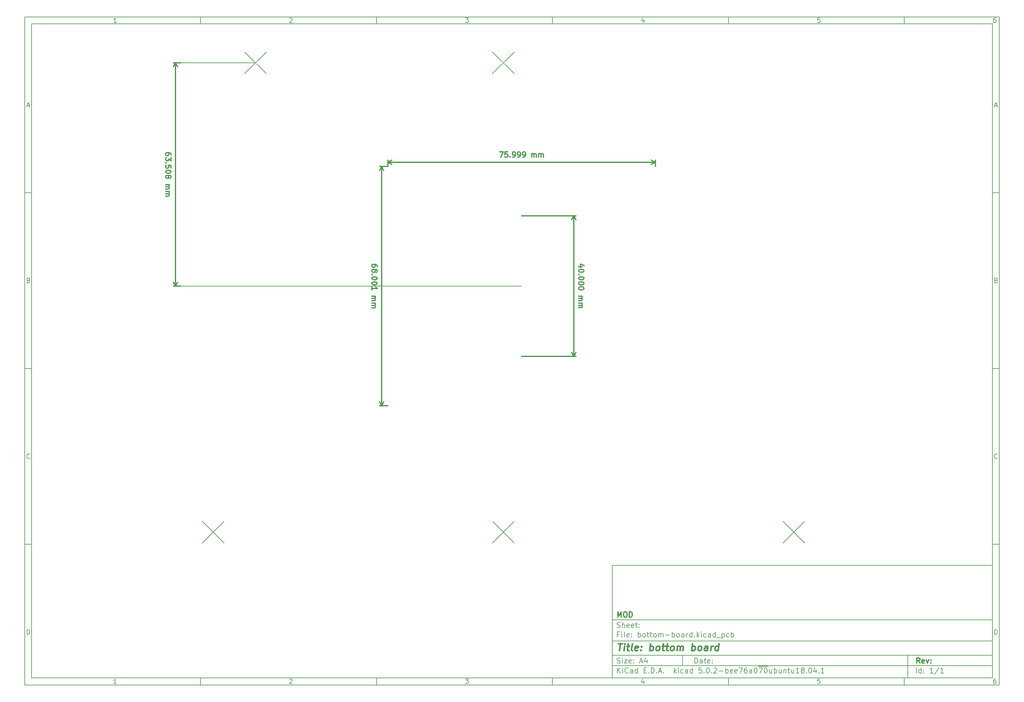
<source format=gbr>
G04 #@! TF.GenerationSoftware,KiCad,Pcbnew,5.0.2-bee76a0~70~ubuntu18.04.1*
G04 #@! TF.CreationDate,2019-04-12T15:51:36+02:00*
G04 #@! TF.ProjectId,bottom-board,626f7474-6f6d-42d6-926f-6172642e6b69,rev?*
G04 #@! TF.SameCoordinates,PX48111b4PY15fd6c8*
G04 #@! TF.FileFunction,Drawing*
%FSLAX46Y46*%
G04 Gerber Fmt 4.6, Leading zero omitted, Abs format (unit mm)*
G04 Created by KiCad (PCBNEW 5.0.2-bee76a0~70~ubuntu18.04.1) date Fri 12 Apr 2019 03:51:36 PM CEST*
%MOMM*%
%LPD*%
G01*
G04 APERTURE LIST*
%ADD10C,0.100000*%
%ADD11C,0.150000*%
%ADD12C,0.300000*%
%ADD13C,0.400000*%
G04 APERTURE END LIST*
D10*
D11*
X101434660Y-142949080D02*
X101434660Y-174949080D01*
X209434660Y-174949080D01*
X209434660Y-142949080D01*
X101434660Y-142949080D01*
D10*
D11*
X-65567540Y13058120D02*
X-65567540Y-176949080D01*
X211434660Y-176949080D01*
X211434660Y13058120D01*
X-65567540Y13058120D01*
D10*
D11*
X-63567540Y11058120D02*
X-63567540Y-174949080D01*
X209434660Y-174949080D01*
X209434660Y11058120D01*
X-63567540Y11058120D01*
D10*
D11*
X-15567540Y11058120D02*
X-15567540Y13058120D01*
D10*
D11*
X34432460Y11058120D02*
X34432460Y13058120D01*
D10*
D11*
X84432460Y11058120D02*
X84432460Y13058120D01*
D10*
D11*
X134432460Y11058120D02*
X134432460Y13058120D01*
D10*
D11*
X184432460Y11058120D02*
X184432460Y13058120D01*
D10*
D11*
X-39502064Y11470025D02*
X-40244921Y11470025D01*
X-39873493Y11470025D02*
X-39873493Y12770025D01*
X-39997302Y12584311D01*
X-40121112Y12460501D01*
X-40244921Y12398597D01*
D10*
D11*
X9755079Y12646216D02*
X9816983Y12708120D01*
X9940793Y12770025D01*
X10250317Y12770025D01*
X10374126Y12708120D01*
X10436031Y12646216D01*
X10497936Y12522406D01*
X10497936Y12398597D01*
X10436031Y12212882D01*
X9693174Y11470025D01*
X10497936Y11470025D01*
D10*
D11*
X59693174Y12770025D02*
X60497936Y12770025D01*
X60064602Y12274787D01*
X60250317Y12274787D01*
X60374126Y12212882D01*
X60436031Y12150978D01*
X60497936Y12027168D01*
X60497936Y11717644D01*
X60436031Y11593835D01*
X60374126Y11531930D01*
X60250317Y11470025D01*
X59878888Y11470025D01*
X59755079Y11531930D01*
X59693174Y11593835D01*
D10*
D11*
X110374126Y12336692D02*
X110374126Y11470025D01*
X110064602Y12831930D02*
X109755079Y11903359D01*
X110559840Y11903359D01*
D10*
D11*
X160436031Y12770025D02*
X159816983Y12770025D01*
X159755079Y12150978D01*
X159816983Y12212882D01*
X159940793Y12274787D01*
X160250317Y12274787D01*
X160374126Y12212882D01*
X160436031Y12150978D01*
X160497936Y12027168D01*
X160497936Y11717644D01*
X160436031Y11593835D01*
X160374126Y11531930D01*
X160250317Y11470025D01*
X159940793Y11470025D01*
X159816983Y11531930D01*
X159755079Y11593835D01*
D10*
D11*
X210374126Y12770025D02*
X210126507Y12770025D01*
X210002698Y12708120D01*
X209940793Y12646216D01*
X209816983Y12460501D01*
X209755079Y12212882D01*
X209755079Y11717644D01*
X209816983Y11593835D01*
X209878888Y11531930D01*
X210002698Y11470025D01*
X210250317Y11470025D01*
X210374126Y11531930D01*
X210436031Y11593835D01*
X210497936Y11717644D01*
X210497936Y12027168D01*
X210436031Y12150978D01*
X210374126Y12212882D01*
X210250317Y12274787D01*
X210002698Y12274787D01*
X209878888Y12212882D01*
X209816983Y12150978D01*
X209755079Y12027168D01*
D10*
D11*
X-15567540Y-174949080D02*
X-15567540Y-176949080D01*
D10*
D11*
X34432460Y-174949080D02*
X34432460Y-176949080D01*
D10*
D11*
X84432460Y-174949080D02*
X84432460Y-176949080D01*
D10*
D11*
X134432460Y-174949080D02*
X134432460Y-176949080D01*
D10*
D11*
X184432460Y-174949080D02*
X184432460Y-176949080D01*
D10*
D11*
X-39502064Y-176537175D02*
X-40244921Y-176537175D01*
X-39873493Y-176537175D02*
X-39873493Y-175237175D01*
X-39997302Y-175422889D01*
X-40121112Y-175546699D01*
X-40244921Y-175608603D01*
D10*
D11*
X9755079Y-175360984D02*
X9816983Y-175299080D01*
X9940793Y-175237175D01*
X10250317Y-175237175D01*
X10374126Y-175299080D01*
X10436031Y-175360984D01*
X10497936Y-175484794D01*
X10497936Y-175608603D01*
X10436031Y-175794318D01*
X9693174Y-176537175D01*
X10497936Y-176537175D01*
D10*
D11*
X59693174Y-175237175D02*
X60497936Y-175237175D01*
X60064602Y-175732413D01*
X60250317Y-175732413D01*
X60374126Y-175794318D01*
X60436031Y-175856222D01*
X60497936Y-175980032D01*
X60497936Y-176289556D01*
X60436031Y-176413365D01*
X60374126Y-176475270D01*
X60250317Y-176537175D01*
X59878888Y-176537175D01*
X59755079Y-176475270D01*
X59693174Y-176413365D01*
D10*
D11*
X110374126Y-175670508D02*
X110374126Y-176537175D01*
X110064602Y-175175270D02*
X109755079Y-176103841D01*
X110559840Y-176103841D01*
D10*
D11*
X160436031Y-175237175D02*
X159816983Y-175237175D01*
X159755079Y-175856222D01*
X159816983Y-175794318D01*
X159940793Y-175732413D01*
X160250317Y-175732413D01*
X160374126Y-175794318D01*
X160436031Y-175856222D01*
X160497936Y-175980032D01*
X160497936Y-176289556D01*
X160436031Y-176413365D01*
X160374126Y-176475270D01*
X160250317Y-176537175D01*
X159940793Y-176537175D01*
X159816983Y-176475270D01*
X159755079Y-176413365D01*
D10*
D11*
X210374126Y-175237175D02*
X210126507Y-175237175D01*
X210002698Y-175299080D01*
X209940793Y-175360984D01*
X209816983Y-175546699D01*
X209755079Y-175794318D01*
X209755079Y-176289556D01*
X209816983Y-176413365D01*
X209878888Y-176475270D01*
X210002698Y-176537175D01*
X210250317Y-176537175D01*
X210374126Y-176475270D01*
X210436031Y-176413365D01*
X210497936Y-176289556D01*
X210497936Y-175980032D01*
X210436031Y-175856222D01*
X210374126Y-175794318D01*
X210250317Y-175732413D01*
X210002698Y-175732413D01*
X209878888Y-175794318D01*
X209816983Y-175856222D01*
X209755079Y-175980032D01*
D10*
D11*
X-65567540Y-36941880D02*
X-63567540Y-36941880D01*
D10*
D11*
X-65567540Y-86941880D02*
X-63567540Y-86941880D01*
D10*
D11*
X-65567540Y-136941880D02*
X-63567540Y-136941880D01*
D10*
D11*
X-64877064Y-12158546D02*
X-64258017Y-12158546D01*
X-65000874Y-12529975D02*
X-64567540Y-11229975D01*
X-64134207Y-12529975D01*
D10*
D11*
X-64474683Y-61849022D02*
X-64288969Y-61910927D01*
X-64227064Y-61972832D01*
X-64165160Y-62096641D01*
X-64165160Y-62282356D01*
X-64227064Y-62406165D01*
X-64288969Y-62468070D01*
X-64412779Y-62529975D01*
X-64908017Y-62529975D01*
X-64908017Y-61229975D01*
X-64474683Y-61229975D01*
X-64350874Y-61291880D01*
X-64288969Y-61353784D01*
X-64227064Y-61477594D01*
X-64227064Y-61601403D01*
X-64288969Y-61725213D01*
X-64350874Y-61787118D01*
X-64474683Y-61849022D01*
X-64908017Y-61849022D01*
D10*
D11*
X-64165160Y-112406165D02*
X-64227064Y-112468070D01*
X-64412779Y-112529975D01*
X-64536588Y-112529975D01*
X-64722302Y-112468070D01*
X-64846112Y-112344260D01*
X-64908017Y-112220451D01*
X-64969921Y-111972832D01*
X-64969921Y-111787118D01*
X-64908017Y-111539499D01*
X-64846112Y-111415689D01*
X-64722302Y-111291880D01*
X-64536588Y-111229975D01*
X-64412779Y-111229975D01*
X-64227064Y-111291880D01*
X-64165160Y-111353784D01*
D10*
D11*
X-64908017Y-162529975D02*
X-64908017Y-161229975D01*
X-64598493Y-161229975D01*
X-64412779Y-161291880D01*
X-64288969Y-161415689D01*
X-64227064Y-161539499D01*
X-64165160Y-161787118D01*
X-64165160Y-161972832D01*
X-64227064Y-162220451D01*
X-64288969Y-162344260D01*
X-64412779Y-162468070D01*
X-64598493Y-162529975D01*
X-64908017Y-162529975D01*
D10*
D11*
X211434660Y-36941880D02*
X209434660Y-36941880D01*
D10*
D11*
X211434660Y-86941880D02*
X209434660Y-86941880D01*
D10*
D11*
X211434660Y-136941880D02*
X209434660Y-136941880D01*
D10*
D11*
X210125136Y-12158546D02*
X210744183Y-12158546D01*
X210001326Y-12529975D02*
X210434660Y-11229975D01*
X210867993Y-12529975D01*
D10*
D11*
X210527517Y-61849022D02*
X210713231Y-61910927D01*
X210775136Y-61972832D01*
X210837040Y-62096641D01*
X210837040Y-62282356D01*
X210775136Y-62406165D01*
X210713231Y-62468070D01*
X210589421Y-62529975D01*
X210094183Y-62529975D01*
X210094183Y-61229975D01*
X210527517Y-61229975D01*
X210651326Y-61291880D01*
X210713231Y-61353784D01*
X210775136Y-61477594D01*
X210775136Y-61601403D01*
X210713231Y-61725213D01*
X210651326Y-61787118D01*
X210527517Y-61849022D01*
X210094183Y-61849022D01*
D10*
D11*
X210837040Y-112406165D02*
X210775136Y-112468070D01*
X210589421Y-112529975D01*
X210465612Y-112529975D01*
X210279898Y-112468070D01*
X210156088Y-112344260D01*
X210094183Y-112220451D01*
X210032279Y-111972832D01*
X210032279Y-111787118D01*
X210094183Y-111539499D01*
X210156088Y-111415689D01*
X210279898Y-111291880D01*
X210465612Y-111229975D01*
X210589421Y-111229975D01*
X210775136Y-111291880D01*
X210837040Y-111353784D01*
D10*
D11*
X210094183Y-162529975D02*
X210094183Y-161229975D01*
X210403707Y-161229975D01*
X210589421Y-161291880D01*
X210713231Y-161415689D01*
X210775136Y-161539499D01*
X210837040Y-161787118D01*
X210837040Y-161972832D01*
X210775136Y-162220451D01*
X210713231Y-162344260D01*
X210589421Y-162468070D01*
X210403707Y-162529975D01*
X210094183Y-162529975D01*
D10*
D11*
X124866802Y-170727651D02*
X124866802Y-169227651D01*
X125223945Y-169227651D01*
X125438231Y-169299080D01*
X125581088Y-169441937D01*
X125652517Y-169584794D01*
X125723945Y-169870508D01*
X125723945Y-170084794D01*
X125652517Y-170370508D01*
X125581088Y-170513365D01*
X125438231Y-170656222D01*
X125223945Y-170727651D01*
X124866802Y-170727651D01*
X127009660Y-170727651D02*
X127009660Y-169941937D01*
X126938231Y-169799080D01*
X126795374Y-169727651D01*
X126509660Y-169727651D01*
X126366802Y-169799080D01*
X127009660Y-170656222D02*
X126866802Y-170727651D01*
X126509660Y-170727651D01*
X126366802Y-170656222D01*
X126295374Y-170513365D01*
X126295374Y-170370508D01*
X126366802Y-170227651D01*
X126509660Y-170156222D01*
X126866802Y-170156222D01*
X127009660Y-170084794D01*
X127509660Y-169727651D02*
X128081088Y-169727651D01*
X127723945Y-169227651D02*
X127723945Y-170513365D01*
X127795374Y-170656222D01*
X127938231Y-170727651D01*
X128081088Y-170727651D01*
X129152517Y-170656222D02*
X129009660Y-170727651D01*
X128723945Y-170727651D01*
X128581088Y-170656222D01*
X128509660Y-170513365D01*
X128509660Y-169941937D01*
X128581088Y-169799080D01*
X128723945Y-169727651D01*
X129009660Y-169727651D01*
X129152517Y-169799080D01*
X129223945Y-169941937D01*
X129223945Y-170084794D01*
X128509660Y-170227651D01*
X129866802Y-170584794D02*
X129938231Y-170656222D01*
X129866802Y-170727651D01*
X129795374Y-170656222D01*
X129866802Y-170584794D01*
X129866802Y-170727651D01*
X129866802Y-169799080D02*
X129938231Y-169870508D01*
X129866802Y-169941937D01*
X129795374Y-169870508D01*
X129866802Y-169799080D01*
X129866802Y-169941937D01*
D10*
D11*
X101434660Y-171449080D02*
X209434660Y-171449080D01*
D10*
D11*
X102866802Y-173527651D02*
X102866802Y-172027651D01*
X103723945Y-173527651D02*
X103081088Y-172670508D01*
X103723945Y-172027651D02*
X102866802Y-172884794D01*
X104366802Y-173527651D02*
X104366802Y-172527651D01*
X104366802Y-172027651D02*
X104295374Y-172099080D01*
X104366802Y-172170508D01*
X104438231Y-172099080D01*
X104366802Y-172027651D01*
X104366802Y-172170508D01*
X105938231Y-173384794D02*
X105866802Y-173456222D01*
X105652517Y-173527651D01*
X105509660Y-173527651D01*
X105295374Y-173456222D01*
X105152517Y-173313365D01*
X105081088Y-173170508D01*
X105009660Y-172884794D01*
X105009660Y-172670508D01*
X105081088Y-172384794D01*
X105152517Y-172241937D01*
X105295374Y-172099080D01*
X105509660Y-172027651D01*
X105652517Y-172027651D01*
X105866802Y-172099080D01*
X105938231Y-172170508D01*
X107223945Y-173527651D02*
X107223945Y-172741937D01*
X107152517Y-172599080D01*
X107009660Y-172527651D01*
X106723945Y-172527651D01*
X106581088Y-172599080D01*
X107223945Y-173456222D02*
X107081088Y-173527651D01*
X106723945Y-173527651D01*
X106581088Y-173456222D01*
X106509660Y-173313365D01*
X106509660Y-173170508D01*
X106581088Y-173027651D01*
X106723945Y-172956222D01*
X107081088Y-172956222D01*
X107223945Y-172884794D01*
X108581088Y-173527651D02*
X108581088Y-172027651D01*
X108581088Y-173456222D02*
X108438231Y-173527651D01*
X108152517Y-173527651D01*
X108009660Y-173456222D01*
X107938231Y-173384794D01*
X107866802Y-173241937D01*
X107866802Y-172813365D01*
X107938231Y-172670508D01*
X108009660Y-172599080D01*
X108152517Y-172527651D01*
X108438231Y-172527651D01*
X108581088Y-172599080D01*
X110438231Y-172741937D02*
X110938231Y-172741937D01*
X111152517Y-173527651D02*
X110438231Y-173527651D01*
X110438231Y-172027651D01*
X111152517Y-172027651D01*
X111795374Y-173384794D02*
X111866802Y-173456222D01*
X111795374Y-173527651D01*
X111723945Y-173456222D01*
X111795374Y-173384794D01*
X111795374Y-173527651D01*
X112509660Y-173527651D02*
X112509660Y-172027651D01*
X112866802Y-172027651D01*
X113081088Y-172099080D01*
X113223945Y-172241937D01*
X113295374Y-172384794D01*
X113366802Y-172670508D01*
X113366802Y-172884794D01*
X113295374Y-173170508D01*
X113223945Y-173313365D01*
X113081088Y-173456222D01*
X112866802Y-173527651D01*
X112509660Y-173527651D01*
X114009660Y-173384794D02*
X114081088Y-173456222D01*
X114009660Y-173527651D01*
X113938231Y-173456222D01*
X114009660Y-173384794D01*
X114009660Y-173527651D01*
X114652517Y-173099080D02*
X115366802Y-173099080D01*
X114509660Y-173527651D02*
X115009660Y-172027651D01*
X115509660Y-173527651D01*
X116009660Y-173384794D02*
X116081088Y-173456222D01*
X116009660Y-173527651D01*
X115938231Y-173456222D01*
X116009660Y-173384794D01*
X116009660Y-173527651D01*
X119009660Y-173527651D02*
X119009660Y-172027651D01*
X119152517Y-172956222D02*
X119581088Y-173527651D01*
X119581088Y-172527651D02*
X119009660Y-173099080D01*
X120223945Y-173527651D02*
X120223945Y-172527651D01*
X120223945Y-172027651D02*
X120152517Y-172099080D01*
X120223945Y-172170508D01*
X120295374Y-172099080D01*
X120223945Y-172027651D01*
X120223945Y-172170508D01*
X121581088Y-173456222D02*
X121438231Y-173527651D01*
X121152517Y-173527651D01*
X121009660Y-173456222D01*
X120938231Y-173384794D01*
X120866802Y-173241937D01*
X120866802Y-172813365D01*
X120938231Y-172670508D01*
X121009660Y-172599080D01*
X121152517Y-172527651D01*
X121438231Y-172527651D01*
X121581088Y-172599080D01*
X122866802Y-173527651D02*
X122866802Y-172741937D01*
X122795374Y-172599080D01*
X122652517Y-172527651D01*
X122366802Y-172527651D01*
X122223945Y-172599080D01*
X122866802Y-173456222D02*
X122723945Y-173527651D01*
X122366802Y-173527651D01*
X122223945Y-173456222D01*
X122152517Y-173313365D01*
X122152517Y-173170508D01*
X122223945Y-173027651D01*
X122366802Y-172956222D01*
X122723945Y-172956222D01*
X122866802Y-172884794D01*
X124223945Y-173527651D02*
X124223945Y-172027651D01*
X124223945Y-173456222D02*
X124081088Y-173527651D01*
X123795374Y-173527651D01*
X123652517Y-173456222D01*
X123581088Y-173384794D01*
X123509660Y-173241937D01*
X123509660Y-172813365D01*
X123581088Y-172670508D01*
X123652517Y-172599080D01*
X123795374Y-172527651D01*
X124081088Y-172527651D01*
X124223945Y-172599080D01*
X126795374Y-172027651D02*
X126081088Y-172027651D01*
X126009660Y-172741937D01*
X126081088Y-172670508D01*
X126223945Y-172599080D01*
X126581088Y-172599080D01*
X126723945Y-172670508D01*
X126795374Y-172741937D01*
X126866802Y-172884794D01*
X126866802Y-173241937D01*
X126795374Y-173384794D01*
X126723945Y-173456222D01*
X126581088Y-173527651D01*
X126223945Y-173527651D01*
X126081088Y-173456222D01*
X126009660Y-173384794D01*
X127509660Y-173384794D02*
X127581088Y-173456222D01*
X127509660Y-173527651D01*
X127438231Y-173456222D01*
X127509660Y-173384794D01*
X127509660Y-173527651D01*
X128509660Y-172027651D02*
X128652517Y-172027651D01*
X128795374Y-172099080D01*
X128866802Y-172170508D01*
X128938231Y-172313365D01*
X129009660Y-172599080D01*
X129009660Y-172956222D01*
X128938231Y-173241937D01*
X128866802Y-173384794D01*
X128795374Y-173456222D01*
X128652517Y-173527651D01*
X128509660Y-173527651D01*
X128366802Y-173456222D01*
X128295374Y-173384794D01*
X128223945Y-173241937D01*
X128152517Y-172956222D01*
X128152517Y-172599080D01*
X128223945Y-172313365D01*
X128295374Y-172170508D01*
X128366802Y-172099080D01*
X128509660Y-172027651D01*
X129652517Y-173384794D02*
X129723945Y-173456222D01*
X129652517Y-173527651D01*
X129581088Y-173456222D01*
X129652517Y-173384794D01*
X129652517Y-173527651D01*
X130295374Y-172170508D02*
X130366802Y-172099080D01*
X130509660Y-172027651D01*
X130866802Y-172027651D01*
X131009660Y-172099080D01*
X131081088Y-172170508D01*
X131152517Y-172313365D01*
X131152517Y-172456222D01*
X131081088Y-172670508D01*
X130223945Y-173527651D01*
X131152517Y-173527651D01*
X131795374Y-172956222D02*
X132938231Y-172956222D01*
X133652517Y-173527651D02*
X133652517Y-172027651D01*
X133652517Y-172599080D02*
X133795374Y-172527651D01*
X134081088Y-172527651D01*
X134223945Y-172599080D01*
X134295374Y-172670508D01*
X134366802Y-172813365D01*
X134366802Y-173241937D01*
X134295374Y-173384794D01*
X134223945Y-173456222D01*
X134081088Y-173527651D01*
X133795374Y-173527651D01*
X133652517Y-173456222D01*
X135581088Y-173456222D02*
X135438231Y-173527651D01*
X135152517Y-173527651D01*
X135009660Y-173456222D01*
X134938231Y-173313365D01*
X134938231Y-172741937D01*
X135009660Y-172599080D01*
X135152517Y-172527651D01*
X135438231Y-172527651D01*
X135581088Y-172599080D01*
X135652517Y-172741937D01*
X135652517Y-172884794D01*
X134938231Y-173027651D01*
X136866802Y-173456222D02*
X136723945Y-173527651D01*
X136438231Y-173527651D01*
X136295374Y-173456222D01*
X136223945Y-173313365D01*
X136223945Y-172741937D01*
X136295374Y-172599080D01*
X136438231Y-172527651D01*
X136723945Y-172527651D01*
X136866802Y-172599080D01*
X136938231Y-172741937D01*
X136938231Y-172884794D01*
X136223945Y-173027651D01*
X137438231Y-172027651D02*
X138438231Y-172027651D01*
X137795374Y-173527651D01*
X139652517Y-172027651D02*
X139366802Y-172027651D01*
X139223945Y-172099080D01*
X139152517Y-172170508D01*
X139009660Y-172384794D01*
X138938231Y-172670508D01*
X138938231Y-173241937D01*
X139009660Y-173384794D01*
X139081088Y-173456222D01*
X139223945Y-173527651D01*
X139509660Y-173527651D01*
X139652517Y-173456222D01*
X139723945Y-173384794D01*
X139795374Y-173241937D01*
X139795374Y-172884794D01*
X139723945Y-172741937D01*
X139652517Y-172670508D01*
X139509660Y-172599080D01*
X139223945Y-172599080D01*
X139081088Y-172670508D01*
X139009660Y-172741937D01*
X138938231Y-172884794D01*
X141081088Y-173527651D02*
X141081088Y-172741937D01*
X141009660Y-172599080D01*
X140866802Y-172527651D01*
X140581088Y-172527651D01*
X140438231Y-172599080D01*
X141081088Y-173456222D02*
X140938231Y-173527651D01*
X140581088Y-173527651D01*
X140438231Y-173456222D01*
X140366802Y-173313365D01*
X140366802Y-173170508D01*
X140438231Y-173027651D01*
X140581088Y-172956222D01*
X140938231Y-172956222D01*
X141081088Y-172884794D01*
X142081088Y-172027651D02*
X142223945Y-172027651D01*
X142366802Y-172099080D01*
X142438231Y-172170508D01*
X142509660Y-172313365D01*
X142581088Y-172599080D01*
X142581088Y-172956222D01*
X142509660Y-173241937D01*
X142438231Y-173384794D01*
X142366802Y-173456222D01*
X142223945Y-173527651D01*
X142081088Y-173527651D01*
X141938231Y-173456222D01*
X141866802Y-173384794D01*
X141795374Y-173241937D01*
X141723945Y-172956222D01*
X141723945Y-172599080D01*
X141795374Y-172313365D01*
X141866802Y-172170508D01*
X141938231Y-172099080D01*
X142081088Y-172027651D01*
X142866802Y-171619080D02*
X144295374Y-171619080D01*
X143081088Y-172027651D02*
X144081088Y-172027651D01*
X143438231Y-173527651D01*
X144295374Y-171619080D02*
X145723945Y-171619080D01*
X144938231Y-172027651D02*
X145081088Y-172027651D01*
X145223945Y-172099080D01*
X145295374Y-172170508D01*
X145366802Y-172313365D01*
X145438231Y-172599080D01*
X145438231Y-172956222D01*
X145366802Y-173241937D01*
X145295374Y-173384794D01*
X145223945Y-173456222D01*
X145081088Y-173527651D01*
X144938231Y-173527651D01*
X144795374Y-173456222D01*
X144723945Y-173384794D01*
X144652517Y-173241937D01*
X144581088Y-172956222D01*
X144581088Y-172599080D01*
X144652517Y-172313365D01*
X144723945Y-172170508D01*
X144795374Y-172099080D01*
X144938231Y-172027651D01*
X146723945Y-172527651D02*
X146723945Y-173527651D01*
X146081088Y-172527651D02*
X146081088Y-173313365D01*
X146152517Y-173456222D01*
X146295374Y-173527651D01*
X146509660Y-173527651D01*
X146652517Y-173456222D01*
X146723945Y-173384794D01*
X147438231Y-173527651D02*
X147438231Y-172027651D01*
X147438231Y-172599080D02*
X147581088Y-172527651D01*
X147866802Y-172527651D01*
X148009660Y-172599080D01*
X148081088Y-172670508D01*
X148152517Y-172813365D01*
X148152517Y-173241937D01*
X148081088Y-173384794D01*
X148009660Y-173456222D01*
X147866802Y-173527651D01*
X147581088Y-173527651D01*
X147438231Y-173456222D01*
X149438231Y-172527651D02*
X149438231Y-173527651D01*
X148795374Y-172527651D02*
X148795374Y-173313365D01*
X148866802Y-173456222D01*
X149009660Y-173527651D01*
X149223945Y-173527651D01*
X149366802Y-173456222D01*
X149438231Y-173384794D01*
X150152517Y-172527651D02*
X150152517Y-173527651D01*
X150152517Y-172670508D02*
X150223945Y-172599080D01*
X150366802Y-172527651D01*
X150581088Y-172527651D01*
X150723945Y-172599080D01*
X150795374Y-172741937D01*
X150795374Y-173527651D01*
X151295374Y-172527651D02*
X151866802Y-172527651D01*
X151509660Y-172027651D02*
X151509660Y-173313365D01*
X151581088Y-173456222D01*
X151723945Y-173527651D01*
X151866802Y-173527651D01*
X153009660Y-172527651D02*
X153009660Y-173527651D01*
X152366802Y-172527651D02*
X152366802Y-173313365D01*
X152438231Y-173456222D01*
X152581088Y-173527651D01*
X152795374Y-173527651D01*
X152938231Y-173456222D01*
X153009660Y-173384794D01*
X154509660Y-173527651D02*
X153652517Y-173527651D01*
X154081088Y-173527651D02*
X154081088Y-172027651D01*
X153938231Y-172241937D01*
X153795374Y-172384794D01*
X153652517Y-172456222D01*
X155366802Y-172670508D02*
X155223945Y-172599080D01*
X155152517Y-172527651D01*
X155081088Y-172384794D01*
X155081088Y-172313365D01*
X155152517Y-172170508D01*
X155223945Y-172099080D01*
X155366802Y-172027651D01*
X155652517Y-172027651D01*
X155795374Y-172099080D01*
X155866802Y-172170508D01*
X155938231Y-172313365D01*
X155938231Y-172384794D01*
X155866802Y-172527651D01*
X155795374Y-172599080D01*
X155652517Y-172670508D01*
X155366802Y-172670508D01*
X155223945Y-172741937D01*
X155152517Y-172813365D01*
X155081088Y-172956222D01*
X155081088Y-173241937D01*
X155152517Y-173384794D01*
X155223945Y-173456222D01*
X155366802Y-173527651D01*
X155652517Y-173527651D01*
X155795374Y-173456222D01*
X155866802Y-173384794D01*
X155938231Y-173241937D01*
X155938231Y-172956222D01*
X155866802Y-172813365D01*
X155795374Y-172741937D01*
X155652517Y-172670508D01*
X156581088Y-173384794D02*
X156652517Y-173456222D01*
X156581088Y-173527651D01*
X156509660Y-173456222D01*
X156581088Y-173384794D01*
X156581088Y-173527651D01*
X157581088Y-172027651D02*
X157723945Y-172027651D01*
X157866802Y-172099080D01*
X157938231Y-172170508D01*
X158009660Y-172313365D01*
X158081088Y-172599080D01*
X158081088Y-172956222D01*
X158009660Y-173241937D01*
X157938231Y-173384794D01*
X157866802Y-173456222D01*
X157723945Y-173527651D01*
X157581088Y-173527651D01*
X157438231Y-173456222D01*
X157366802Y-173384794D01*
X157295374Y-173241937D01*
X157223945Y-172956222D01*
X157223945Y-172599080D01*
X157295374Y-172313365D01*
X157366802Y-172170508D01*
X157438231Y-172099080D01*
X157581088Y-172027651D01*
X159366802Y-172527651D02*
X159366802Y-173527651D01*
X159009660Y-171956222D02*
X158652517Y-173027651D01*
X159581088Y-173027651D01*
X160152517Y-173384794D02*
X160223945Y-173456222D01*
X160152517Y-173527651D01*
X160081088Y-173456222D01*
X160152517Y-173384794D01*
X160152517Y-173527651D01*
X161652517Y-173527651D02*
X160795374Y-173527651D01*
X161223945Y-173527651D02*
X161223945Y-172027651D01*
X161081088Y-172241937D01*
X160938231Y-172384794D01*
X160795374Y-172456222D01*
D10*
D11*
X101434660Y-168449080D02*
X209434660Y-168449080D01*
D10*
D12*
X188843945Y-170727651D02*
X188343945Y-170013365D01*
X187986802Y-170727651D02*
X187986802Y-169227651D01*
X188558231Y-169227651D01*
X188701088Y-169299080D01*
X188772517Y-169370508D01*
X188843945Y-169513365D01*
X188843945Y-169727651D01*
X188772517Y-169870508D01*
X188701088Y-169941937D01*
X188558231Y-170013365D01*
X187986802Y-170013365D01*
X190058231Y-170656222D02*
X189915374Y-170727651D01*
X189629660Y-170727651D01*
X189486802Y-170656222D01*
X189415374Y-170513365D01*
X189415374Y-169941937D01*
X189486802Y-169799080D01*
X189629660Y-169727651D01*
X189915374Y-169727651D01*
X190058231Y-169799080D01*
X190129660Y-169941937D01*
X190129660Y-170084794D01*
X189415374Y-170227651D01*
X190629660Y-169727651D02*
X190986802Y-170727651D01*
X191343945Y-169727651D01*
X191915374Y-170584794D02*
X191986802Y-170656222D01*
X191915374Y-170727651D01*
X191843945Y-170656222D01*
X191915374Y-170584794D01*
X191915374Y-170727651D01*
X191915374Y-169799080D02*
X191986802Y-169870508D01*
X191915374Y-169941937D01*
X191843945Y-169870508D01*
X191915374Y-169799080D01*
X191915374Y-169941937D01*
D10*
D11*
X102795374Y-170656222D02*
X103009660Y-170727651D01*
X103366802Y-170727651D01*
X103509660Y-170656222D01*
X103581088Y-170584794D01*
X103652517Y-170441937D01*
X103652517Y-170299080D01*
X103581088Y-170156222D01*
X103509660Y-170084794D01*
X103366802Y-170013365D01*
X103081088Y-169941937D01*
X102938231Y-169870508D01*
X102866802Y-169799080D01*
X102795374Y-169656222D01*
X102795374Y-169513365D01*
X102866802Y-169370508D01*
X102938231Y-169299080D01*
X103081088Y-169227651D01*
X103438231Y-169227651D01*
X103652517Y-169299080D01*
X104295374Y-170727651D02*
X104295374Y-169727651D01*
X104295374Y-169227651D02*
X104223945Y-169299080D01*
X104295374Y-169370508D01*
X104366802Y-169299080D01*
X104295374Y-169227651D01*
X104295374Y-169370508D01*
X104866802Y-169727651D02*
X105652517Y-169727651D01*
X104866802Y-170727651D01*
X105652517Y-170727651D01*
X106795374Y-170656222D02*
X106652517Y-170727651D01*
X106366802Y-170727651D01*
X106223945Y-170656222D01*
X106152517Y-170513365D01*
X106152517Y-169941937D01*
X106223945Y-169799080D01*
X106366802Y-169727651D01*
X106652517Y-169727651D01*
X106795374Y-169799080D01*
X106866802Y-169941937D01*
X106866802Y-170084794D01*
X106152517Y-170227651D01*
X107509660Y-170584794D02*
X107581088Y-170656222D01*
X107509660Y-170727651D01*
X107438231Y-170656222D01*
X107509660Y-170584794D01*
X107509660Y-170727651D01*
X107509660Y-169799080D02*
X107581088Y-169870508D01*
X107509660Y-169941937D01*
X107438231Y-169870508D01*
X107509660Y-169799080D01*
X107509660Y-169941937D01*
X109295374Y-170299080D02*
X110009660Y-170299080D01*
X109152517Y-170727651D02*
X109652517Y-169227651D01*
X110152517Y-170727651D01*
X111295374Y-169727651D02*
X111295374Y-170727651D01*
X110938231Y-169156222D02*
X110581088Y-170227651D01*
X111509660Y-170227651D01*
D10*
D11*
X187866802Y-173527651D02*
X187866802Y-172027651D01*
X189223945Y-173527651D02*
X189223945Y-172027651D01*
X189223945Y-173456222D02*
X189081088Y-173527651D01*
X188795374Y-173527651D01*
X188652517Y-173456222D01*
X188581088Y-173384794D01*
X188509660Y-173241937D01*
X188509660Y-172813365D01*
X188581088Y-172670508D01*
X188652517Y-172599080D01*
X188795374Y-172527651D01*
X189081088Y-172527651D01*
X189223945Y-172599080D01*
X189938231Y-173384794D02*
X190009660Y-173456222D01*
X189938231Y-173527651D01*
X189866802Y-173456222D01*
X189938231Y-173384794D01*
X189938231Y-173527651D01*
X189938231Y-172599080D02*
X190009660Y-172670508D01*
X189938231Y-172741937D01*
X189866802Y-172670508D01*
X189938231Y-172599080D01*
X189938231Y-172741937D01*
X192581088Y-173527651D02*
X191723945Y-173527651D01*
X192152517Y-173527651D02*
X192152517Y-172027651D01*
X192009660Y-172241937D01*
X191866802Y-172384794D01*
X191723945Y-172456222D01*
X194295374Y-171956222D02*
X193009660Y-173884794D01*
X195581088Y-173527651D02*
X194723945Y-173527651D01*
X195152517Y-173527651D02*
X195152517Y-172027651D01*
X195009660Y-172241937D01*
X194866802Y-172384794D01*
X194723945Y-172456222D01*
D10*
D11*
X101434660Y-164449080D02*
X209434660Y-164449080D01*
D10*
D13*
X103147040Y-165153841D02*
X104289898Y-165153841D01*
X103468469Y-167153841D02*
X103718469Y-165153841D01*
X104706564Y-167153841D02*
X104873231Y-165820508D01*
X104956564Y-165153841D02*
X104849421Y-165249080D01*
X104932755Y-165344318D01*
X105039898Y-165249080D01*
X104956564Y-165153841D01*
X104932755Y-165344318D01*
X105539898Y-165820508D02*
X106301802Y-165820508D01*
X105908945Y-165153841D02*
X105694660Y-166868127D01*
X105766088Y-167058603D01*
X105944660Y-167153841D01*
X106135136Y-167153841D01*
X107087517Y-167153841D02*
X106908945Y-167058603D01*
X106837517Y-166868127D01*
X107051802Y-165153841D01*
X108623231Y-167058603D02*
X108420850Y-167153841D01*
X108039898Y-167153841D01*
X107861326Y-167058603D01*
X107789898Y-166868127D01*
X107885136Y-166106222D01*
X108004183Y-165915746D01*
X108206564Y-165820508D01*
X108587517Y-165820508D01*
X108766088Y-165915746D01*
X108837517Y-166106222D01*
X108813707Y-166296699D01*
X107837517Y-166487175D01*
X109587517Y-166963365D02*
X109670850Y-167058603D01*
X109563707Y-167153841D01*
X109480374Y-167058603D01*
X109587517Y-166963365D01*
X109563707Y-167153841D01*
X109718469Y-165915746D02*
X109801802Y-166010984D01*
X109694660Y-166106222D01*
X109611326Y-166010984D01*
X109718469Y-165915746D01*
X109694660Y-166106222D01*
X112039898Y-167153841D02*
X112289898Y-165153841D01*
X112194660Y-165915746D02*
X112397040Y-165820508D01*
X112777993Y-165820508D01*
X112956564Y-165915746D01*
X113039898Y-166010984D01*
X113111326Y-166201460D01*
X113039898Y-166772889D01*
X112920850Y-166963365D01*
X112813707Y-167058603D01*
X112611326Y-167153841D01*
X112230374Y-167153841D01*
X112051802Y-167058603D01*
X114135136Y-167153841D02*
X113956564Y-167058603D01*
X113873231Y-166963365D01*
X113801802Y-166772889D01*
X113873231Y-166201460D01*
X113992279Y-166010984D01*
X114099421Y-165915746D01*
X114301802Y-165820508D01*
X114587517Y-165820508D01*
X114766088Y-165915746D01*
X114849421Y-166010984D01*
X114920850Y-166201460D01*
X114849421Y-166772889D01*
X114730374Y-166963365D01*
X114623231Y-167058603D01*
X114420850Y-167153841D01*
X114135136Y-167153841D01*
X115539898Y-165820508D02*
X116301802Y-165820508D01*
X115908945Y-165153841D02*
X115694660Y-166868127D01*
X115766088Y-167058603D01*
X115944660Y-167153841D01*
X116135136Y-167153841D01*
X116682755Y-165820508D02*
X117444660Y-165820508D01*
X117051802Y-165153841D02*
X116837517Y-166868127D01*
X116908945Y-167058603D01*
X117087517Y-167153841D01*
X117277993Y-167153841D01*
X118230374Y-167153841D02*
X118051802Y-167058603D01*
X117968469Y-166963365D01*
X117897040Y-166772889D01*
X117968469Y-166201460D01*
X118087517Y-166010984D01*
X118194660Y-165915746D01*
X118397040Y-165820508D01*
X118682755Y-165820508D01*
X118861326Y-165915746D01*
X118944660Y-166010984D01*
X119016088Y-166201460D01*
X118944660Y-166772889D01*
X118825612Y-166963365D01*
X118718469Y-167058603D01*
X118516088Y-167153841D01*
X118230374Y-167153841D01*
X119754183Y-167153841D02*
X119920850Y-165820508D01*
X119897040Y-166010984D02*
X120004183Y-165915746D01*
X120206564Y-165820508D01*
X120492279Y-165820508D01*
X120670850Y-165915746D01*
X120742279Y-166106222D01*
X120611326Y-167153841D01*
X120742279Y-166106222D02*
X120861326Y-165915746D01*
X121063707Y-165820508D01*
X121349421Y-165820508D01*
X121527993Y-165915746D01*
X121599421Y-166106222D01*
X121468469Y-167153841D01*
X123944660Y-167153841D02*
X124194660Y-165153841D01*
X124099421Y-165915746D02*
X124301802Y-165820508D01*
X124682755Y-165820508D01*
X124861326Y-165915746D01*
X124944660Y-166010984D01*
X125016088Y-166201460D01*
X124944660Y-166772889D01*
X124825612Y-166963365D01*
X124718469Y-167058603D01*
X124516088Y-167153841D01*
X124135136Y-167153841D01*
X123956564Y-167058603D01*
X126039898Y-167153841D02*
X125861326Y-167058603D01*
X125777993Y-166963365D01*
X125706564Y-166772889D01*
X125777993Y-166201460D01*
X125897040Y-166010984D01*
X126004183Y-165915746D01*
X126206564Y-165820508D01*
X126492279Y-165820508D01*
X126670850Y-165915746D01*
X126754183Y-166010984D01*
X126825612Y-166201460D01*
X126754183Y-166772889D01*
X126635136Y-166963365D01*
X126527993Y-167058603D01*
X126325612Y-167153841D01*
X126039898Y-167153841D01*
X128420850Y-167153841D02*
X128551802Y-166106222D01*
X128480374Y-165915746D01*
X128301802Y-165820508D01*
X127920850Y-165820508D01*
X127718469Y-165915746D01*
X128432755Y-167058603D02*
X128230374Y-167153841D01*
X127754183Y-167153841D01*
X127575612Y-167058603D01*
X127504183Y-166868127D01*
X127527993Y-166677651D01*
X127647040Y-166487175D01*
X127849421Y-166391937D01*
X128325612Y-166391937D01*
X128527993Y-166296699D01*
X129373231Y-167153841D02*
X129539898Y-165820508D01*
X129492279Y-166201460D02*
X129611326Y-166010984D01*
X129718469Y-165915746D01*
X129920850Y-165820508D01*
X130111326Y-165820508D01*
X131468469Y-167153841D02*
X131718469Y-165153841D01*
X131480374Y-167058603D02*
X131277993Y-167153841D01*
X130897040Y-167153841D01*
X130718469Y-167058603D01*
X130635136Y-166963365D01*
X130563707Y-166772889D01*
X130635136Y-166201460D01*
X130754183Y-166010984D01*
X130861326Y-165915746D01*
X131063707Y-165820508D01*
X131444660Y-165820508D01*
X131623231Y-165915746D01*
D10*
D11*
X103366802Y-162541937D02*
X102866802Y-162541937D01*
X102866802Y-163327651D02*
X102866802Y-161827651D01*
X103581088Y-161827651D01*
X104152517Y-163327651D02*
X104152517Y-162327651D01*
X104152517Y-161827651D02*
X104081088Y-161899080D01*
X104152517Y-161970508D01*
X104223945Y-161899080D01*
X104152517Y-161827651D01*
X104152517Y-161970508D01*
X105081088Y-163327651D02*
X104938231Y-163256222D01*
X104866802Y-163113365D01*
X104866802Y-161827651D01*
X106223945Y-163256222D02*
X106081088Y-163327651D01*
X105795374Y-163327651D01*
X105652517Y-163256222D01*
X105581088Y-163113365D01*
X105581088Y-162541937D01*
X105652517Y-162399080D01*
X105795374Y-162327651D01*
X106081088Y-162327651D01*
X106223945Y-162399080D01*
X106295374Y-162541937D01*
X106295374Y-162684794D01*
X105581088Y-162827651D01*
X106938231Y-163184794D02*
X107009660Y-163256222D01*
X106938231Y-163327651D01*
X106866802Y-163256222D01*
X106938231Y-163184794D01*
X106938231Y-163327651D01*
X106938231Y-162399080D02*
X107009660Y-162470508D01*
X106938231Y-162541937D01*
X106866802Y-162470508D01*
X106938231Y-162399080D01*
X106938231Y-162541937D01*
X108795374Y-163327651D02*
X108795374Y-161827651D01*
X108795374Y-162399080D02*
X108938231Y-162327651D01*
X109223945Y-162327651D01*
X109366802Y-162399080D01*
X109438231Y-162470508D01*
X109509660Y-162613365D01*
X109509660Y-163041937D01*
X109438231Y-163184794D01*
X109366802Y-163256222D01*
X109223945Y-163327651D01*
X108938231Y-163327651D01*
X108795374Y-163256222D01*
X110366802Y-163327651D02*
X110223945Y-163256222D01*
X110152517Y-163184794D01*
X110081088Y-163041937D01*
X110081088Y-162613365D01*
X110152517Y-162470508D01*
X110223945Y-162399080D01*
X110366802Y-162327651D01*
X110581088Y-162327651D01*
X110723945Y-162399080D01*
X110795374Y-162470508D01*
X110866802Y-162613365D01*
X110866802Y-163041937D01*
X110795374Y-163184794D01*
X110723945Y-163256222D01*
X110581088Y-163327651D01*
X110366802Y-163327651D01*
X111295374Y-162327651D02*
X111866802Y-162327651D01*
X111509660Y-161827651D02*
X111509660Y-163113365D01*
X111581088Y-163256222D01*
X111723945Y-163327651D01*
X111866802Y-163327651D01*
X112152517Y-162327651D02*
X112723945Y-162327651D01*
X112366802Y-161827651D02*
X112366802Y-163113365D01*
X112438231Y-163256222D01*
X112581088Y-163327651D01*
X112723945Y-163327651D01*
X113438231Y-163327651D02*
X113295374Y-163256222D01*
X113223945Y-163184794D01*
X113152517Y-163041937D01*
X113152517Y-162613365D01*
X113223945Y-162470508D01*
X113295374Y-162399080D01*
X113438231Y-162327651D01*
X113652517Y-162327651D01*
X113795374Y-162399080D01*
X113866802Y-162470508D01*
X113938231Y-162613365D01*
X113938231Y-163041937D01*
X113866802Y-163184794D01*
X113795374Y-163256222D01*
X113652517Y-163327651D01*
X113438231Y-163327651D01*
X114581088Y-163327651D02*
X114581088Y-162327651D01*
X114581088Y-162470508D02*
X114652517Y-162399080D01*
X114795374Y-162327651D01*
X115009660Y-162327651D01*
X115152517Y-162399080D01*
X115223945Y-162541937D01*
X115223945Y-163327651D01*
X115223945Y-162541937D02*
X115295374Y-162399080D01*
X115438231Y-162327651D01*
X115652517Y-162327651D01*
X115795374Y-162399080D01*
X115866802Y-162541937D01*
X115866802Y-163327651D01*
X116581088Y-162756222D02*
X117723945Y-162756222D01*
X118438231Y-163327651D02*
X118438231Y-161827651D01*
X118438231Y-162399080D02*
X118581088Y-162327651D01*
X118866802Y-162327651D01*
X119009660Y-162399080D01*
X119081088Y-162470508D01*
X119152517Y-162613365D01*
X119152517Y-163041937D01*
X119081088Y-163184794D01*
X119009660Y-163256222D01*
X118866802Y-163327651D01*
X118581088Y-163327651D01*
X118438231Y-163256222D01*
X120009660Y-163327651D02*
X119866802Y-163256222D01*
X119795374Y-163184794D01*
X119723945Y-163041937D01*
X119723945Y-162613365D01*
X119795374Y-162470508D01*
X119866802Y-162399080D01*
X120009660Y-162327651D01*
X120223945Y-162327651D01*
X120366802Y-162399080D01*
X120438231Y-162470508D01*
X120509660Y-162613365D01*
X120509660Y-163041937D01*
X120438231Y-163184794D01*
X120366802Y-163256222D01*
X120223945Y-163327651D01*
X120009660Y-163327651D01*
X121795374Y-163327651D02*
X121795374Y-162541937D01*
X121723945Y-162399080D01*
X121581088Y-162327651D01*
X121295374Y-162327651D01*
X121152517Y-162399080D01*
X121795374Y-163256222D02*
X121652517Y-163327651D01*
X121295374Y-163327651D01*
X121152517Y-163256222D01*
X121081088Y-163113365D01*
X121081088Y-162970508D01*
X121152517Y-162827651D01*
X121295374Y-162756222D01*
X121652517Y-162756222D01*
X121795374Y-162684794D01*
X122509660Y-163327651D02*
X122509660Y-162327651D01*
X122509660Y-162613365D02*
X122581088Y-162470508D01*
X122652517Y-162399080D01*
X122795374Y-162327651D01*
X122938231Y-162327651D01*
X124081088Y-163327651D02*
X124081088Y-161827651D01*
X124081088Y-163256222D02*
X123938231Y-163327651D01*
X123652517Y-163327651D01*
X123509660Y-163256222D01*
X123438231Y-163184794D01*
X123366802Y-163041937D01*
X123366802Y-162613365D01*
X123438231Y-162470508D01*
X123509660Y-162399080D01*
X123652517Y-162327651D01*
X123938231Y-162327651D01*
X124081088Y-162399080D01*
X124795374Y-163184794D02*
X124866802Y-163256222D01*
X124795374Y-163327651D01*
X124723945Y-163256222D01*
X124795374Y-163184794D01*
X124795374Y-163327651D01*
X125509660Y-163327651D02*
X125509660Y-161827651D01*
X125652517Y-162756222D02*
X126081088Y-163327651D01*
X126081088Y-162327651D02*
X125509660Y-162899080D01*
X126723945Y-163327651D02*
X126723945Y-162327651D01*
X126723945Y-161827651D02*
X126652517Y-161899080D01*
X126723945Y-161970508D01*
X126795374Y-161899080D01*
X126723945Y-161827651D01*
X126723945Y-161970508D01*
X128081088Y-163256222D02*
X127938231Y-163327651D01*
X127652517Y-163327651D01*
X127509660Y-163256222D01*
X127438231Y-163184794D01*
X127366802Y-163041937D01*
X127366802Y-162613365D01*
X127438231Y-162470508D01*
X127509660Y-162399080D01*
X127652517Y-162327651D01*
X127938231Y-162327651D01*
X128081088Y-162399080D01*
X129366802Y-163327651D02*
X129366802Y-162541937D01*
X129295374Y-162399080D01*
X129152517Y-162327651D01*
X128866802Y-162327651D01*
X128723945Y-162399080D01*
X129366802Y-163256222D02*
X129223945Y-163327651D01*
X128866802Y-163327651D01*
X128723945Y-163256222D01*
X128652517Y-163113365D01*
X128652517Y-162970508D01*
X128723945Y-162827651D01*
X128866802Y-162756222D01*
X129223945Y-162756222D01*
X129366802Y-162684794D01*
X130723945Y-163327651D02*
X130723945Y-161827651D01*
X130723945Y-163256222D02*
X130581088Y-163327651D01*
X130295374Y-163327651D01*
X130152517Y-163256222D01*
X130081088Y-163184794D01*
X130009660Y-163041937D01*
X130009660Y-162613365D01*
X130081088Y-162470508D01*
X130152517Y-162399080D01*
X130295374Y-162327651D01*
X130581088Y-162327651D01*
X130723945Y-162399080D01*
X131081088Y-163470508D02*
X132223945Y-163470508D01*
X132581088Y-162327651D02*
X132581088Y-163827651D01*
X132581088Y-162399080D02*
X132723945Y-162327651D01*
X133009660Y-162327651D01*
X133152517Y-162399080D01*
X133223945Y-162470508D01*
X133295374Y-162613365D01*
X133295374Y-163041937D01*
X133223945Y-163184794D01*
X133152517Y-163256222D01*
X133009660Y-163327651D01*
X132723945Y-163327651D01*
X132581088Y-163256222D01*
X134581088Y-163256222D02*
X134438231Y-163327651D01*
X134152517Y-163327651D01*
X134009660Y-163256222D01*
X133938231Y-163184794D01*
X133866802Y-163041937D01*
X133866802Y-162613365D01*
X133938231Y-162470508D01*
X134009660Y-162399080D01*
X134152517Y-162327651D01*
X134438231Y-162327651D01*
X134581088Y-162399080D01*
X135223945Y-163327651D02*
X135223945Y-161827651D01*
X135223945Y-162399080D02*
X135366802Y-162327651D01*
X135652517Y-162327651D01*
X135795374Y-162399080D01*
X135866802Y-162470508D01*
X135938231Y-162613365D01*
X135938231Y-163041937D01*
X135866802Y-163184794D01*
X135795374Y-163256222D01*
X135652517Y-163327651D01*
X135366802Y-163327651D01*
X135223945Y-163256222D01*
D10*
D11*
X101434660Y-158449080D02*
X209434660Y-158449080D01*
D10*
D11*
X102795374Y-160556222D02*
X103009660Y-160627651D01*
X103366802Y-160627651D01*
X103509660Y-160556222D01*
X103581088Y-160484794D01*
X103652517Y-160341937D01*
X103652517Y-160199080D01*
X103581088Y-160056222D01*
X103509660Y-159984794D01*
X103366802Y-159913365D01*
X103081088Y-159841937D01*
X102938231Y-159770508D01*
X102866802Y-159699080D01*
X102795374Y-159556222D01*
X102795374Y-159413365D01*
X102866802Y-159270508D01*
X102938231Y-159199080D01*
X103081088Y-159127651D01*
X103438231Y-159127651D01*
X103652517Y-159199080D01*
X104295374Y-160627651D02*
X104295374Y-159127651D01*
X104938231Y-160627651D02*
X104938231Y-159841937D01*
X104866802Y-159699080D01*
X104723945Y-159627651D01*
X104509660Y-159627651D01*
X104366802Y-159699080D01*
X104295374Y-159770508D01*
X106223945Y-160556222D02*
X106081088Y-160627651D01*
X105795374Y-160627651D01*
X105652517Y-160556222D01*
X105581088Y-160413365D01*
X105581088Y-159841937D01*
X105652517Y-159699080D01*
X105795374Y-159627651D01*
X106081088Y-159627651D01*
X106223945Y-159699080D01*
X106295374Y-159841937D01*
X106295374Y-159984794D01*
X105581088Y-160127651D01*
X107509660Y-160556222D02*
X107366802Y-160627651D01*
X107081088Y-160627651D01*
X106938231Y-160556222D01*
X106866802Y-160413365D01*
X106866802Y-159841937D01*
X106938231Y-159699080D01*
X107081088Y-159627651D01*
X107366802Y-159627651D01*
X107509660Y-159699080D01*
X107581088Y-159841937D01*
X107581088Y-159984794D01*
X106866802Y-160127651D01*
X108009660Y-159627651D02*
X108581088Y-159627651D01*
X108223945Y-159127651D02*
X108223945Y-160413365D01*
X108295374Y-160556222D01*
X108438231Y-160627651D01*
X108581088Y-160627651D01*
X109081088Y-160484794D02*
X109152517Y-160556222D01*
X109081088Y-160627651D01*
X109009660Y-160556222D01*
X109081088Y-160484794D01*
X109081088Y-160627651D01*
X109081088Y-159699080D02*
X109152517Y-159770508D01*
X109081088Y-159841937D01*
X109009660Y-159770508D01*
X109081088Y-159699080D01*
X109081088Y-159841937D01*
D10*
D12*
X102986802Y-157627651D02*
X102986802Y-156127651D01*
X103486802Y-157199080D01*
X103986802Y-156127651D01*
X103986802Y-157627651D01*
X104986802Y-156127651D02*
X105272517Y-156127651D01*
X105415374Y-156199080D01*
X105558231Y-156341937D01*
X105629660Y-156627651D01*
X105629660Y-157127651D01*
X105558231Y-157413365D01*
X105415374Y-157556222D01*
X105272517Y-157627651D01*
X104986802Y-157627651D01*
X104843945Y-157556222D01*
X104701088Y-157413365D01*
X104629660Y-157127651D01*
X104629660Y-156627651D01*
X104701088Y-156341937D01*
X104843945Y-156199080D01*
X104986802Y-156127651D01*
X106272517Y-157627651D02*
X106272517Y-156127651D01*
X106629660Y-156127651D01*
X106843945Y-156199080D01*
X106986802Y-156341937D01*
X107058231Y-156484794D01*
X107129660Y-156770508D01*
X107129660Y-156984794D01*
X107058231Y-157270508D01*
X106986802Y-157413365D01*
X106843945Y-157556222D01*
X106629660Y-157627651D01*
X106272517Y-157627651D01*
D10*
D11*
X121434660Y-168449080D02*
X121434660Y-171449080D01*
D10*
D11*
X185434660Y-168449080D02*
X185434660Y-174949080D01*
D12*
X34624337Y-58002540D02*
X34624337Y-57716825D01*
X34552909Y-57573968D01*
X34481480Y-57502540D01*
X34267194Y-57359682D01*
X33981480Y-57288254D01*
X33410051Y-57288254D01*
X33267194Y-57359682D01*
X33195766Y-57431111D01*
X33124337Y-57573968D01*
X33124337Y-57859682D01*
X33195766Y-58002540D01*
X33267194Y-58073968D01*
X33410051Y-58145397D01*
X33767194Y-58145397D01*
X33910051Y-58073968D01*
X33981480Y-58002540D01*
X34052909Y-57859682D01*
X34052909Y-57573968D01*
X33981480Y-57431111D01*
X33910051Y-57359682D01*
X33767194Y-57288254D01*
X33981480Y-59002540D02*
X34052909Y-58859682D01*
X34124337Y-58788254D01*
X34267194Y-58716825D01*
X34338623Y-58716825D01*
X34481480Y-58788254D01*
X34552909Y-58859682D01*
X34624337Y-59002540D01*
X34624337Y-59288254D01*
X34552909Y-59431111D01*
X34481480Y-59502540D01*
X34338623Y-59573968D01*
X34267194Y-59573968D01*
X34124337Y-59502540D01*
X34052909Y-59431111D01*
X33981480Y-59288254D01*
X33981480Y-59002540D01*
X33910051Y-58859682D01*
X33838623Y-58788254D01*
X33695766Y-58716825D01*
X33410051Y-58716825D01*
X33267194Y-58788254D01*
X33195766Y-58859682D01*
X33124337Y-59002540D01*
X33124337Y-59288254D01*
X33195766Y-59431111D01*
X33267194Y-59502540D01*
X33410051Y-59573968D01*
X33695766Y-59573968D01*
X33838623Y-59502540D01*
X33910051Y-59431111D01*
X33981480Y-59288254D01*
X33267194Y-60216825D02*
X33195766Y-60288254D01*
X33124337Y-60216825D01*
X33195766Y-60145397D01*
X33267194Y-60216825D01*
X33124337Y-60216825D01*
X34624337Y-61216825D02*
X34624337Y-61359682D01*
X34552909Y-61502540D01*
X34481480Y-61573968D01*
X34338623Y-61645397D01*
X34052909Y-61716825D01*
X33695766Y-61716825D01*
X33410051Y-61645397D01*
X33267194Y-61573968D01*
X33195766Y-61502540D01*
X33124337Y-61359682D01*
X33124337Y-61216825D01*
X33195766Y-61073968D01*
X33267194Y-61002540D01*
X33410051Y-60931111D01*
X33695766Y-60859682D01*
X34052909Y-60859682D01*
X34338623Y-60931111D01*
X34481480Y-61002540D01*
X34552909Y-61073968D01*
X34624337Y-61216825D01*
X34624337Y-62645397D02*
X34624337Y-62788254D01*
X34552909Y-62931111D01*
X34481480Y-63002540D01*
X34338623Y-63073968D01*
X34052909Y-63145397D01*
X33695766Y-63145397D01*
X33410051Y-63073968D01*
X33267194Y-63002540D01*
X33195766Y-62931111D01*
X33124337Y-62788254D01*
X33124337Y-62645397D01*
X33195766Y-62502540D01*
X33267194Y-62431111D01*
X33410051Y-62359682D01*
X33695766Y-62288254D01*
X34052909Y-62288254D01*
X34338623Y-62359682D01*
X34481480Y-62431111D01*
X34552909Y-62502540D01*
X34624337Y-62645397D01*
X33124337Y-64573968D02*
X33124337Y-63716825D01*
X33124337Y-64145397D02*
X34624337Y-64145397D01*
X34410051Y-64002540D01*
X34267194Y-63859682D01*
X34195766Y-63716825D01*
X33124337Y-66359682D02*
X34124337Y-66359682D01*
X33981480Y-66359682D02*
X34052909Y-66431111D01*
X34124337Y-66573968D01*
X34124337Y-66788254D01*
X34052909Y-66931111D01*
X33910051Y-67002540D01*
X33124337Y-67002540D01*
X33910051Y-67002540D02*
X34052909Y-67073968D01*
X34124337Y-67216825D01*
X34124337Y-67431111D01*
X34052909Y-67573968D01*
X33910051Y-67645397D01*
X33124337Y-67645397D01*
X33124337Y-68359682D02*
X34124337Y-68359682D01*
X33981480Y-68359682D02*
X34052909Y-68431111D01*
X34124337Y-68573968D01*
X34124337Y-68788254D01*
X34052909Y-68931111D01*
X33910051Y-69002540D01*
X33124337Y-69002540D01*
X33910051Y-69002540D02*
X34052909Y-69073968D01*
X34124337Y-69216825D01*
X34124337Y-69431111D01*
X34052909Y-69573968D01*
X33910051Y-69645397D01*
X33124337Y-69645397D01*
X35902909Y-29502100D02*
X35902909Y-97502980D01*
X37678360Y-29502100D02*
X35316488Y-29502100D01*
X37678360Y-97502980D02*
X35316488Y-97502980D01*
X35902909Y-97502980D02*
X35316488Y-96376476D01*
X35902909Y-97502980D02*
X36489330Y-96376476D01*
X35902909Y-29502100D02*
X35316488Y-30628604D01*
X35902909Y-29502100D02*
X36489330Y-30628604D01*
X69392315Y-25351014D02*
X70392315Y-25351014D01*
X69749458Y-26851014D01*
X71678030Y-25351014D02*
X70963744Y-25351014D01*
X70892315Y-26065300D01*
X70963744Y-25993871D01*
X71106601Y-25922443D01*
X71463744Y-25922443D01*
X71606601Y-25993871D01*
X71678030Y-26065300D01*
X71749458Y-26208157D01*
X71749458Y-26565300D01*
X71678030Y-26708157D01*
X71606601Y-26779585D01*
X71463744Y-26851014D01*
X71106601Y-26851014D01*
X70963744Y-26779585D01*
X70892315Y-26708157D01*
X72392315Y-26708157D02*
X72463744Y-26779585D01*
X72392315Y-26851014D01*
X72320887Y-26779585D01*
X72392315Y-26708157D01*
X72392315Y-26851014D01*
X73178030Y-26851014D02*
X73463744Y-26851014D01*
X73606601Y-26779585D01*
X73678030Y-26708157D01*
X73820887Y-26493871D01*
X73892315Y-26208157D01*
X73892315Y-25636728D01*
X73820887Y-25493871D01*
X73749458Y-25422443D01*
X73606601Y-25351014D01*
X73320887Y-25351014D01*
X73178030Y-25422443D01*
X73106601Y-25493871D01*
X73035172Y-25636728D01*
X73035172Y-25993871D01*
X73106601Y-26136728D01*
X73178030Y-26208157D01*
X73320887Y-26279585D01*
X73606601Y-26279585D01*
X73749458Y-26208157D01*
X73820887Y-26136728D01*
X73892315Y-25993871D01*
X74606601Y-26851014D02*
X74892315Y-26851014D01*
X75035172Y-26779585D01*
X75106601Y-26708157D01*
X75249458Y-26493871D01*
X75320887Y-26208157D01*
X75320887Y-25636728D01*
X75249458Y-25493871D01*
X75178030Y-25422443D01*
X75035172Y-25351014D01*
X74749458Y-25351014D01*
X74606601Y-25422443D01*
X74535172Y-25493871D01*
X74463744Y-25636728D01*
X74463744Y-25993871D01*
X74535172Y-26136728D01*
X74606601Y-26208157D01*
X74749458Y-26279585D01*
X75035172Y-26279585D01*
X75178030Y-26208157D01*
X75249458Y-26136728D01*
X75320887Y-25993871D01*
X76035172Y-26851014D02*
X76320887Y-26851014D01*
X76463744Y-26779585D01*
X76535172Y-26708157D01*
X76678030Y-26493871D01*
X76749458Y-26208157D01*
X76749458Y-25636728D01*
X76678030Y-25493871D01*
X76606601Y-25422443D01*
X76463744Y-25351014D01*
X76178030Y-25351014D01*
X76035172Y-25422443D01*
X75963744Y-25493871D01*
X75892315Y-25636728D01*
X75892315Y-25993871D01*
X75963744Y-26136728D01*
X76035172Y-26208157D01*
X76178030Y-26279585D01*
X76463744Y-26279585D01*
X76606601Y-26208157D01*
X76678030Y-26136728D01*
X76749458Y-25993871D01*
X78535172Y-26851014D02*
X78535172Y-25851014D01*
X78535172Y-25993871D02*
X78606601Y-25922443D01*
X78749458Y-25851014D01*
X78963744Y-25851014D01*
X79106601Y-25922443D01*
X79178030Y-26065300D01*
X79178030Y-26851014D01*
X79178030Y-26065300D02*
X79249458Y-25922443D01*
X79392315Y-25851014D01*
X79606601Y-25851014D01*
X79749458Y-25922443D01*
X79820887Y-26065300D01*
X79820887Y-26851014D01*
X80535172Y-26851014D02*
X80535172Y-25851014D01*
X80535172Y-25993871D02*
X80606601Y-25922443D01*
X80749458Y-25851014D01*
X80963744Y-25851014D01*
X81106601Y-25922443D01*
X81178030Y-26065300D01*
X81178030Y-26851014D01*
X81178030Y-26065300D02*
X81249458Y-25922443D01*
X81392315Y-25851014D01*
X81606601Y-25851014D01*
X81749458Y-25922443D01*
X81820887Y-26065300D01*
X81820887Y-26851014D01*
X37678360Y-28272443D02*
X113677700Y-28272443D01*
X37678360Y-29502100D02*
X37678360Y-27686022D01*
X113677700Y-29502100D02*
X113677700Y-27686022D01*
X113677700Y-28272443D02*
X112551196Y-28858864D01*
X113677700Y-28272443D02*
X112551196Y-27686022D01*
X37678360Y-28272443D02*
X38804864Y-28858864D01*
X37678360Y-28272443D02*
X38804864Y-27686022D01*
X92883528Y-57989845D02*
X91883528Y-57989845D01*
X93454957Y-57632702D02*
X92383528Y-57275559D01*
X92383528Y-58204130D01*
X93383528Y-59061273D02*
X93383528Y-59204130D01*
X93312100Y-59346987D01*
X93240671Y-59418416D01*
X93097814Y-59489845D01*
X92812100Y-59561273D01*
X92454957Y-59561273D01*
X92169242Y-59489845D01*
X92026385Y-59418416D01*
X91954957Y-59346987D01*
X91883528Y-59204130D01*
X91883528Y-59061273D01*
X91954957Y-58918416D01*
X92026385Y-58846987D01*
X92169242Y-58775559D01*
X92454957Y-58704130D01*
X92812100Y-58704130D01*
X93097814Y-58775559D01*
X93240671Y-58846987D01*
X93312100Y-58918416D01*
X93383528Y-59061273D01*
X92026385Y-60204130D02*
X91954957Y-60275559D01*
X91883528Y-60204130D01*
X91954957Y-60132702D01*
X92026385Y-60204130D01*
X91883528Y-60204130D01*
X93383528Y-61204130D02*
X93383528Y-61346987D01*
X93312100Y-61489845D01*
X93240671Y-61561273D01*
X93097814Y-61632702D01*
X92812100Y-61704130D01*
X92454957Y-61704130D01*
X92169242Y-61632702D01*
X92026385Y-61561273D01*
X91954957Y-61489845D01*
X91883528Y-61346987D01*
X91883528Y-61204130D01*
X91954957Y-61061273D01*
X92026385Y-60989845D01*
X92169242Y-60918416D01*
X92454957Y-60846987D01*
X92812100Y-60846987D01*
X93097814Y-60918416D01*
X93240671Y-60989845D01*
X93312100Y-61061273D01*
X93383528Y-61204130D01*
X93383528Y-62632702D02*
X93383528Y-62775559D01*
X93312100Y-62918416D01*
X93240671Y-62989845D01*
X93097814Y-63061273D01*
X92812100Y-63132702D01*
X92454957Y-63132702D01*
X92169242Y-63061273D01*
X92026385Y-62989845D01*
X91954957Y-62918416D01*
X91883528Y-62775559D01*
X91883528Y-62632702D01*
X91954957Y-62489845D01*
X92026385Y-62418416D01*
X92169242Y-62346987D01*
X92454957Y-62275559D01*
X92812100Y-62275559D01*
X93097814Y-62346987D01*
X93240671Y-62418416D01*
X93312100Y-62489845D01*
X93383528Y-62632702D01*
X93383528Y-64061273D02*
X93383528Y-64204130D01*
X93312100Y-64346987D01*
X93240671Y-64418416D01*
X93097814Y-64489845D01*
X92812100Y-64561273D01*
X92454957Y-64561273D01*
X92169242Y-64489845D01*
X92026385Y-64418416D01*
X91954957Y-64346987D01*
X91883528Y-64204130D01*
X91883528Y-64061273D01*
X91954957Y-63918416D01*
X92026385Y-63846987D01*
X92169242Y-63775559D01*
X92454957Y-63704130D01*
X92812100Y-63704130D01*
X93097814Y-63775559D01*
X93240671Y-63846987D01*
X93312100Y-63918416D01*
X93383528Y-64061273D01*
X91883528Y-66346987D02*
X92883528Y-66346987D01*
X92740671Y-66346987D02*
X92812100Y-66418416D01*
X92883528Y-66561273D01*
X92883528Y-66775559D01*
X92812100Y-66918416D01*
X92669242Y-66989845D01*
X91883528Y-66989845D01*
X92669242Y-66989845D02*
X92812100Y-67061273D01*
X92883528Y-67204130D01*
X92883528Y-67418416D01*
X92812100Y-67561273D01*
X92669242Y-67632702D01*
X91883528Y-67632702D01*
X91883528Y-68346987D02*
X92883528Y-68346987D01*
X92740671Y-68346987D02*
X92812100Y-68418416D01*
X92883528Y-68561273D01*
X92883528Y-68775559D01*
X92812100Y-68918416D01*
X92669242Y-68989845D01*
X91883528Y-68989845D01*
X92669242Y-68989845D02*
X92812100Y-69061273D01*
X92883528Y-69204130D01*
X92883528Y-69418416D01*
X92812100Y-69561273D01*
X92669242Y-69632702D01*
X91883528Y-69632702D01*
X90462100Y-43489880D02*
X90462100Y-83489811D01*
X75684380Y-43489880D02*
X91048521Y-43489880D01*
X75684380Y-83489811D02*
X91048521Y-83489811D01*
X90462100Y-83489811D02*
X89875679Y-82363307D01*
X90462100Y-83489811D02*
X91048521Y-82363307D01*
X90462100Y-43489880D02*
X89875679Y-44616384D01*
X90462100Y-43489880D02*
X91048521Y-44616384D01*
X-23991252Y-26251370D02*
X-23991252Y-25965655D01*
X-24062680Y-25822798D01*
X-24134109Y-25751370D01*
X-24348395Y-25608512D01*
X-24634109Y-25537084D01*
X-25205538Y-25537084D01*
X-25348395Y-25608512D01*
X-25419823Y-25679941D01*
X-25491252Y-25822798D01*
X-25491252Y-26108512D01*
X-25419823Y-26251370D01*
X-25348395Y-26322798D01*
X-25205538Y-26394227D01*
X-24848395Y-26394227D01*
X-24705538Y-26322798D01*
X-24634109Y-26251370D01*
X-24562680Y-26108512D01*
X-24562680Y-25822798D01*
X-24634109Y-25679941D01*
X-24705538Y-25608512D01*
X-24848395Y-25537084D01*
X-23991252Y-26894227D02*
X-23991252Y-27822798D01*
X-24562680Y-27322798D01*
X-24562680Y-27537084D01*
X-24634109Y-27679941D01*
X-24705538Y-27751370D01*
X-24848395Y-27822798D01*
X-25205538Y-27822798D01*
X-25348395Y-27751370D01*
X-25419823Y-27679941D01*
X-25491252Y-27537084D01*
X-25491252Y-27108512D01*
X-25419823Y-26965655D01*
X-25348395Y-26894227D01*
X-25348395Y-28465655D02*
X-25419823Y-28537084D01*
X-25491252Y-28465655D01*
X-25419823Y-28394227D01*
X-25348395Y-28465655D01*
X-25491252Y-28465655D01*
X-23991252Y-29894227D02*
X-23991252Y-29179941D01*
X-24705538Y-29108512D01*
X-24634109Y-29179941D01*
X-24562680Y-29322798D01*
X-24562680Y-29679941D01*
X-24634109Y-29822798D01*
X-24705538Y-29894227D01*
X-24848395Y-29965655D01*
X-25205538Y-29965655D01*
X-25348395Y-29894227D01*
X-25419823Y-29822798D01*
X-25491252Y-29679941D01*
X-25491252Y-29322798D01*
X-25419823Y-29179941D01*
X-25348395Y-29108512D01*
X-23991252Y-30894227D02*
X-23991252Y-31037084D01*
X-24062680Y-31179941D01*
X-24134109Y-31251370D01*
X-24276966Y-31322798D01*
X-24562680Y-31394227D01*
X-24919823Y-31394227D01*
X-25205538Y-31322798D01*
X-25348395Y-31251370D01*
X-25419823Y-31179941D01*
X-25491252Y-31037084D01*
X-25491252Y-30894227D01*
X-25419823Y-30751370D01*
X-25348395Y-30679941D01*
X-25205538Y-30608512D01*
X-24919823Y-30537084D01*
X-24562680Y-30537084D01*
X-24276966Y-30608512D01*
X-24134109Y-30679941D01*
X-24062680Y-30751370D01*
X-23991252Y-30894227D01*
X-24634109Y-32251370D02*
X-24562680Y-32108512D01*
X-24491252Y-32037084D01*
X-24348395Y-31965655D01*
X-24276966Y-31965655D01*
X-24134109Y-32037084D01*
X-24062680Y-32108512D01*
X-23991252Y-32251370D01*
X-23991252Y-32537084D01*
X-24062680Y-32679941D01*
X-24134109Y-32751370D01*
X-24276966Y-32822798D01*
X-24348395Y-32822798D01*
X-24491252Y-32751370D01*
X-24562680Y-32679941D01*
X-24634109Y-32537084D01*
X-24634109Y-32251370D01*
X-24705538Y-32108512D01*
X-24776966Y-32037084D01*
X-24919823Y-31965655D01*
X-25205538Y-31965655D01*
X-25348395Y-32037084D01*
X-25419823Y-32108512D01*
X-25491252Y-32251370D01*
X-25491252Y-32537084D01*
X-25419823Y-32679941D01*
X-25348395Y-32751370D01*
X-25205538Y-32822798D01*
X-24919823Y-32822798D01*
X-24776966Y-32751370D01*
X-24705538Y-32679941D01*
X-24634109Y-32537084D01*
X-25491252Y-34608512D02*
X-24491252Y-34608512D01*
X-24634109Y-34608512D02*
X-24562680Y-34679941D01*
X-24491252Y-34822798D01*
X-24491252Y-35037084D01*
X-24562680Y-35179941D01*
X-24705538Y-35251370D01*
X-25491252Y-35251370D01*
X-24705538Y-35251370D02*
X-24562680Y-35322798D01*
X-24491252Y-35465655D01*
X-24491252Y-35679941D01*
X-24562680Y-35822798D01*
X-24705538Y-35894227D01*
X-25491252Y-35894227D01*
X-25491252Y-36608512D02*
X-24491252Y-36608512D01*
X-24634109Y-36608512D02*
X-24562680Y-36679941D01*
X-24491252Y-36822798D01*
X-24491252Y-37037084D01*
X-24562680Y-37179941D01*
X-24705538Y-37251370D01*
X-25491252Y-37251370D01*
X-24705538Y-37251370D02*
X-24562680Y-37322798D01*
X-24491252Y-37465655D01*
X-24491252Y-37679941D01*
X-24562680Y-37822798D01*
X-24705538Y-37894227D01*
X-25491252Y-37894227D01*
X-22712680Y2540D02*
X-22712680Y-63505281D01*
X-21155660Y2540D02*
X-23299101Y2540D01*
X-21155660Y-63505281D02*
X-23299101Y-63505281D01*
X-22712680Y-63505281D02*
X-23299101Y-62378777D01*
X-22712680Y-63505281D02*
X-22126259Y-62378777D01*
X-22712680Y2540D02*
X-23299101Y-1123964D01*
X-22712680Y2540D02*
X-22126259Y-1123964D01*
D11*
X0Y0D02*
X-21159057Y0D01*
X75575160Y-63502540D02*
X-21159057Y-63502540D01*
X-3073400Y3086100D02*
X3086100Y-3073400D01*
X-3073400Y-3073400D02*
X3086100Y3086100D01*
X67424300Y-3073400D02*
X73583800Y3086100D01*
X67424300Y3086100D02*
X73583800Y-3073400D01*
X149923500Y-136575800D02*
X156083000Y-130416300D01*
X149923500Y-130416300D02*
X156083000Y-136575800D01*
X67424300Y-130416300D02*
X73583800Y-136575800D01*
X67424300Y-136575800D02*
X73583800Y-130416300D01*
X-15049500Y-136575800D02*
X-8890000Y-130416300D01*
X-15049500Y-130416300D02*
X-8890000Y-136575800D01*
M02*

</source>
